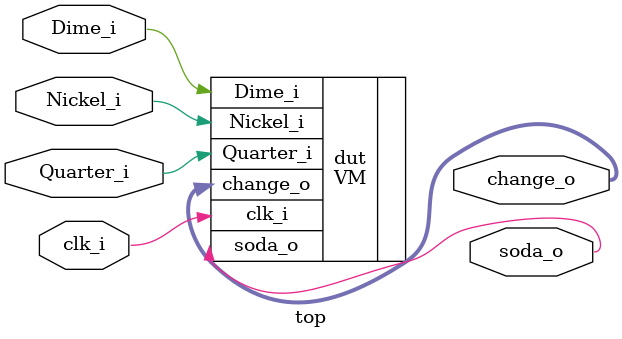
<source format=sv>
module top (
    //inputs
    input logic Nickel_i, Dime_i, Quarter_i, clk_i,
    //outputs
    output logic soda_o,
    output logic [2:0] change_o
);
VM dut (
    .Nickel_i (Nickel_i),
    .Dime_i (Dime_i),
    .Quarter_i (Quarter_i),
    .clk_i (clk_i),
    .soda_o (soda_o),
    .change_o (change_o)
);
endmodule : top

</source>
